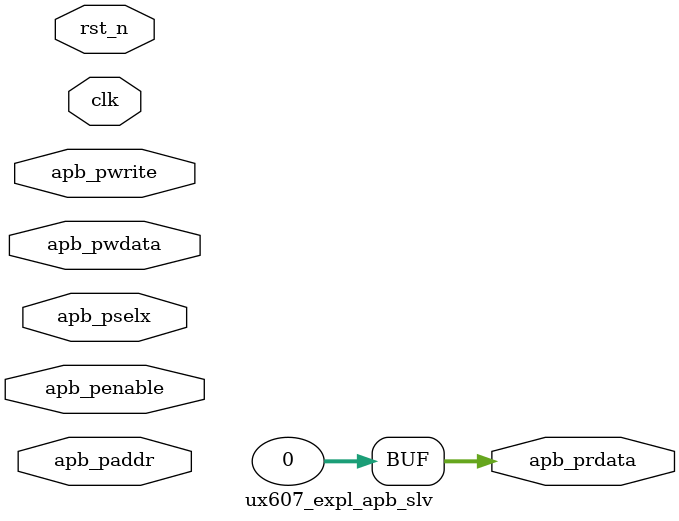
<source format=v>








module ux607_expl_apb_slv #(
    parameter AW = 32,
    parameter DW = 32 
)(
  input  [AW-1:0] apb_paddr,
  input           apb_pwrite,
  input           apb_pselx,
  input           apb_penable,
  input  [DW-1:0] apb_pwdata,
  output [DW-1:0] apb_prdata,

  input  clk,  
  input  rst_n
);

  assign apb_prdata = {DW{1'b0}};

endmodule

</source>
